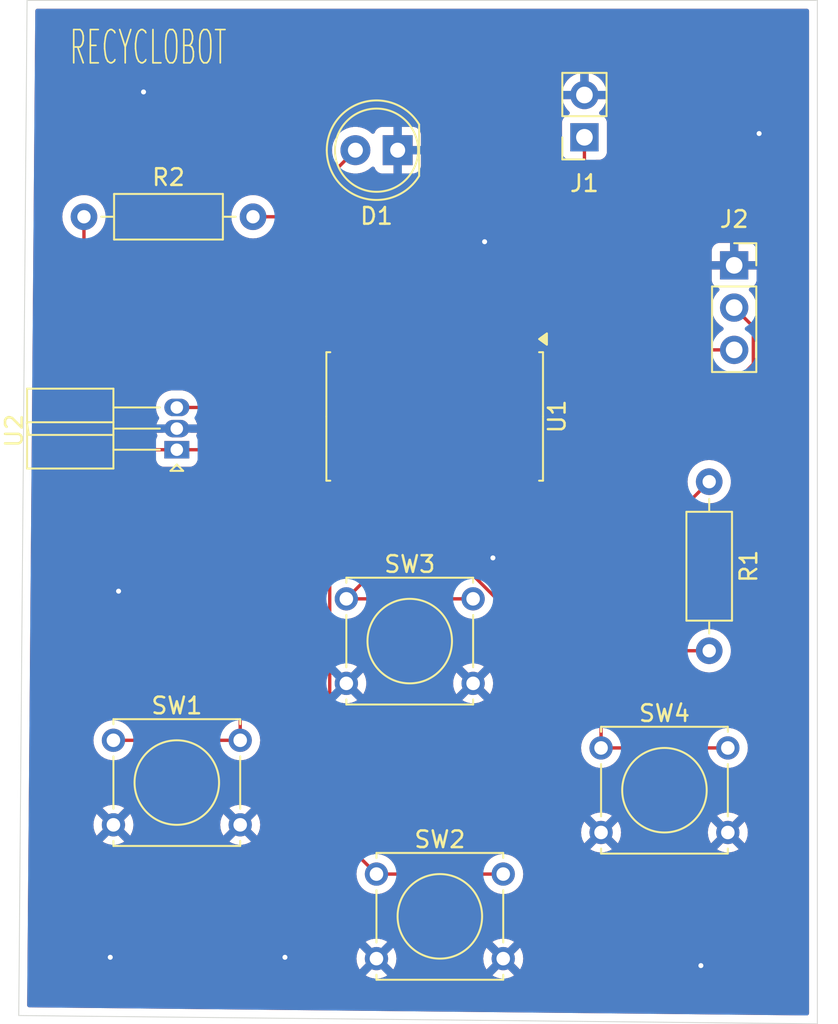
<source format=kicad_pcb>
(kicad_pcb (version 20240108) (generator "pcbnew") (generator_version "8.0")
  (layers (0 "F.Cu" signal) (31 "B.Cu" signal) (34 "B.Paste" user) (35 "F.Paste" user) (36 "B.SilkS" user "B.Silkscreen") (37 "F.SilkS" user "F.Silkscreen") (38 "B.Mask" user) (39 "F.Mask" user) (44 "Edge.Cuts" user))
  (net 0 "")
  (net 1 "GND")
  (net 2 "Net-(D1-A)")
  (net 3 "+9V")
  (net 4 "Net-(J2-Pin_2)")
  (net 5 "Net-(J2-Pin_3)")
  (net 6 "Net-(U1-OSC1)")
  (net 7 "Net-(U1-OSC2)")
  (net 8 "Net-(U1-AD8)")
  (net 9 "Net-(U1-AD9)")
  (net 10 "Net-(U1-AD10)")
  (net 11 "Net-(U1-AD11)")
  (footprint "Connector_PinSocket_2.54mm:PinSocket_1x03_P2.54mm_Vertical" (layer "F.Cu") (at 174 75.42)
    (property "Reference" "J2" (at 0 -2.77 0) (layer "F.SilkS"))
    (property "Value" "Conn_01x03_Pin")
    (fp_line (start -1.33 1.27) (end -1.33 6.41) (stroke (width 0.12)) (layer "F.SilkS"))
    (fp_line (start -1.33 1.27) (end 1.33 1.27) (stroke (width 0.12)) (layer "F.SilkS"))
    (fp_line (start -1.33 6.41) (end 1.33 6.41) (stroke (width 0.12)) (layer "F.SilkS"))
    (fp_line (start 0 -1.33) (end 1.33 -1.33) (stroke (width 0.12)) (layer "F.SilkS"))
    (fp_line (start 1.33 -1.33) (end 1.33 0) (stroke (width 0.12)) (layer "F.SilkS"))
    (fp_line (start 1.33 1.27) (end 1.33 6.41) (stroke (width 0.12)) (layer "F.SilkS"))
    (pad "1" thru_hole rect (at 0 0) (size 1.7 1.7) (drill 1) (layers "*.Cu" "*.Mask") (net 1 "GND"))
    (pad "2" thru_hole oval (at 0 2.54) (size 1.7 1.7) (drill 1) (layers "*.Cu" "*.Mask") (net 4 "Net-(J2-Pin_2)"))
    (pad "3" thru_hole oval (at 0 5.08) (size 1.7 1.7) (drill 1) (layers "*.Cu" "*.Mask") (net 5 "Net-(J2-Pin_3)"))
  )
  (footprint "Resistor_THT:R_Axial_DIN0207_L6.3mm_D2.5mm_P10.16mm_Horizontal" (layer "F.Cu") (at 134.92 72.5)
    (property "Reference" "R2" (at 5.08 -2.37 0) (layer "F.SilkS"))
    (property "Value" "1K")
    (fp_line (start 1.04 0) (end 1.81 0) (stroke (width 0.12)) (layer "F.SilkS"))
    (fp_line (start 1.81 -1.37) (end 1.81 1.37) (stroke (width 0.12)) (layer "F.SilkS"))
    (fp_line (start 1.81 1.37) (end 8.35 1.37) (stroke (width 0.12)) (layer "F.SilkS"))
    (fp_line (start 8.35 -1.37) (end 1.81 -1.37) (stroke (width 0.12)) (layer "F.SilkS"))
    (fp_line (start 8.35 1.37) (end 8.35 -1.37) (stroke (width 0.12)) (layer "F.SilkS"))
    (fp_line (start 9.12 0) (end 8.35 0) (stroke (width 0.12)) (layer "F.SilkS"))
    (pad "1" thru_hole circle (at 0 0) (size 1.6 1.6) (drill 0.8) (layers "*.Cu" "*.Mask") (net 5 "Net-(J2-Pin_3)"))
    (pad "2" thru_hole oval (at 10.16 0) (size 1.6 1.6) (drill 0.8) (layers "*.Cu" "*.Mask") (net 2 "Net-(D1-A)"))
  )
  (footprint "Connector_PinSocket_2.54mm:PinSocket_1x02_P2.54mm_Vertical" (layer "F.Cu") (at 165 67.725 180)
    (property "Reference" "J1" (at 0 -2.77 180) (layer "F.SilkS"))
    (property "Value" "Conn_01x02_Pin")
    (fp_line (start 1.33 1.27) (end 1.33 3.87) (stroke (width 0.12)) (layer "F.SilkS"))
    (fp_line (start 1.33 -1.33) (end 1.33 0) (stroke (width 0.12)) (layer "F.SilkS"))
    (fp_line (start 0 -1.33) (end 1.33 -1.33) (stroke (width 0.12)) (layer "F.SilkS"))
    (fp_line (start -1.33 3.87) (end 1.33 3.87) (stroke (width 0.12)) (layer "F.SilkS"))
    (fp_line (start -1.33 1.27) (end 1.33 1.27) (stroke (width 0.12)) (layer "F.SilkS"))
    (fp_line (start -1.33 1.27) (end -1.33 3.87) (stroke (width 0.12)) (layer "F.SilkS"))
    (pad "1" thru_hole rect (at 0 0 180) (size 1.7 1.7) (drill 1) (layers "*.Cu" "*.Mask") (net 3 "+9V"))
    (pad "2" thru_hole oval (at 0 2.54 180) (size 1.7 1.7) (drill 1) (layers "*.Cu" "*.Mask") (net 1 "GND"))
  )
  (footprint "Button_Switch_THT:SW_Tactile_Straight_KSA0Axx1LFTR" (layer "F.Cu") (at 136.69 103.96)
    (property "Reference" "SW1" (at 3.81 -2.08 0) (layer "F.SilkS"))
    (property "Value" "SW_Push")
    (fp_line (start 0 -1.27) (end 0 -0.97) (stroke (width 0.12)) (layer "F.SilkS"))
    (fp_line (start 0 -1.27) (end 7.62 -1.27) (stroke (width 0.12)) (layer "F.SilkS"))
    (fp_line (start 0 0.97) (end 0 4.11) (stroke (width 0.12)) (layer "F.SilkS"))
    (fp_line (start 0 6.05) (end 0 6.35) (stroke (width 0.12)) (layer "F.SilkS"))
    (fp_line (start 7.62 -1.27) (end 7.62 -0.97) (stroke (width 0.12)) (layer "F.SilkS"))
    (fp_line (start 7.62 0.97) (end 7.62 4.11) (stroke (width 0.12)) (layer "F.SilkS"))
    (fp_line (start 7.62 6.05) (end 7.62 6.35) (stroke (width 0.12)) (layer "F.SilkS"))
    (fp_line (start 7.62 6.35) (end 0 6.35) (stroke (width 0.12)) (layer "F.SilkS"))
    (fp_circle (center 3.81 2.54) (end 3.81 0) (stroke (width 0.12)) (fill none) (layer "F.SilkS"))
    (pad "1" thru_hole circle (at 0 0) (size 1.397 1.397) (drill 0.8128) (layers "*.Cu" "*.Mask") (net 8 "Net-(U1-AD8)"))
    (pad "1" thru_hole circle (at 7.62 0) (size 1.397 1.397) (drill 0.8128) (layers "*.Cu" "*.Mask") (net 8 "Net-(U1-AD8)"))
    (pad "2" thru_hole circle (at 0 5.08) (size 1.397 1.397) (drill 0.8128) (layers "*.Cu" "*.Mask") (net 1 "GND"))
    (pad "2" thru_hole circle (at 7.62 5.08) (size 1.397 1.397) (drill 0.8128) (layers "*.Cu" "*.Mask") (net 1 "GND"))
  )
  (footprint "Button_Switch_THT:SW_Tactile_Straight_KSA0Axx1LFTR" (layer "F.Cu") (at 166 104.42)
    (property "Reference" "SW4" (at 3.81 -2.08 0) (layer "F.SilkS"))
    (property "Value" "SW_Push")
    (fp_line (start 0 -1.27) (end 0 -0.97) (stroke (width 0.12)) (layer "F.SilkS"))
    (fp_line (start 0 -1.27) (end 7.62 -1.27) (stroke (width 0.12)) (layer "F.SilkS"))
    (fp_line (start 0 0.97) (end 0 4.11) (stroke (width 0.12)) (layer "F.SilkS"))
    (fp_line (start 0 6.05) (end 0 6.35) (stroke (width 0.12)) (layer "F.SilkS"))
    (fp_line (start 7.62 -1.27) (end 7.62 -0.97) (stroke (width 0.12)) (layer "F.SilkS"))
    (fp_line (start 7.62 0.97) (end 7.62 4.11) (stroke (width 0.12)) (layer "F.SilkS"))
    (fp_line (start 7.62 6.05) (end 7.62 6.35) (stroke (width 0.12)) (layer "F.SilkS"))
    (fp_line (start 7.62 6.35) (end 0 6.35) (stroke (width 0.12)) (layer "F.SilkS"))
    (fp_circle (center 3.81 2.54) (end 3.81 0) (stroke (width 0.12)) (fill none) (layer "F.SilkS"))
    (pad "1" thru_hole circle (at 0 0) (size 1.397 1.397) (drill 0.8128) (layers "*.Cu" "*.Mask") (net 11 "Net-(U1-AD11)"))
    (pad "1" thru_hole circle (at 7.62 0) (size 1.397 1.397) (drill 0.8128) (layers "*.Cu" "*.Mask") (net 11 "Net-(U1-AD11)"))
    (pad "2" thru_hole circle (at 0 5.08) (size 1.397 1.397) (drill 0.8128) (layers "*.Cu" "*.Mask") (net 1 "GND"))
    (pad "2" thru_hole circle (at 7.62 5.08) (size 1.397 1.397) (drill 0.8128) (layers "*.Cu" "*.Mask") (net 1 "GND"))
  )
  (footprint "Button_Switch_THT:SW_Tactile_Straight_KSA0Axx1LFTR" (layer "F.Cu") (at 150.69 95.46)
    (property "Reference" "SW3" (at 3.81 -2.08 0) (layer "F.SilkS"))
    (property "Value" "SW_Push")
    (fp_line (start 0 -1.27) (end 0 -0.97) (stroke (width 0.12)) (layer "F.SilkS"))
    (fp_line (start 0 -1.27) (end 7.62 -1.27) (stroke (width 0.12)) (layer "F.SilkS"))
    (fp_line (start 0 0.97) (end 0 4.11) (stroke (width 0.12)) (layer "F.SilkS"))
    (fp_line (start 0 6.05) (end 0 6.35) (stroke (width 0.12)) (layer "F.SilkS"))
    (fp_line (start 7.62 -1.27) (end 7.62 -0.97) (stroke (width 0.12)) (layer "F.SilkS"))
    (fp_line (start 7.62 0.97) (end 7.62 4.11) (stroke (width 0.12)) (layer "F.SilkS"))
    (fp_line (start 7.62 6.05) (end 7.62 6.35) (stroke (width 0.12)) (layer "F.SilkS"))
    (fp_line (start 7.62 6.35) (end 0 6.35) (stroke (width 0.12)) (layer "F.SilkS"))
    (fp_circle (center 3.81 2.54) (end 3.81 0) (stroke (width 0.12)) (fill none) (layer "F.SilkS"))
    (pad "1" thru_hole circle (at 0 0) (size 1.397 1.397) (drill 0.8128) (layers "*.Cu" "*.Mask") (net 10 "Net-(U1-AD10)"))
    (pad "1" thru_hole circle (at 7.62 0) (size 1.397 1.397) (drill 0.8128) (layers "*.Cu" "*.Mask") (net 10 "Net-(U1-AD10)"))
    (pad "2" thru_hole circle (at 0 5.08) (size 1.397 1.397) (drill 0.8128) (layers "*.Cu" "*.Mask") (net 1 "GND"))
    (pad "2" thru_hole circle (at 7.62 5.08) (size 1.397 1.397) (drill 0.8128) (layers "*.Cu" "*.Mask") (net 1 "GND"))
  )
  (footprint "Button_Switch_THT:SW_Tactile_Straight_KSA0Axx1LFTR" (layer "F.Cu") (at 152.5 112)
    (property "Reference" "SW2" (at 3.81 -2.08 0) (layer "F.SilkS"))
    (property "Value" "SW_Push")
    (fp_line (start 0 -1.27) (end 0 -0.97) (stroke (width 0.12)) (layer "F.SilkS"))
    (fp_line (start 0 -1.27) (end 7.62 -1.27) (stroke (width 0.12)) (layer "F.SilkS"))
    (fp_line (start 0 0.97) (end 0 4.11) (stroke (width 0.12)) (layer "F.SilkS"))
    (fp_line (start 0 6.05) (end 0 6.35) (stroke (width 0.12)) (layer "F.SilkS"))
    (fp_line (start 7.62 -1.27) (end 7.62 -0.97) (stroke (width 0.12)) (layer "F.SilkS"))
    (fp_line (start 7.62 0.97) (end 7.62 4.11) (stroke (width 0.12)) (layer "F.SilkS"))
    (fp_line (start 7.62 6.05) (end 7.62 6.35) (stroke (width 0.12)) (layer "F.SilkS"))
    (fp_line (start 7.62 6.35) (end 0 6.35) (stroke (width 0.12)) (layer "F.SilkS"))
    (fp_circle (center 3.81 2.54) (end 3.81 0) (stroke (width 0.12)) (fill none) (layer "F.SilkS"))
    (pad "1" thru_hole circle (at 0 0) (size 1.397 1.397) (drill 0.8128) (layers "*.Cu" "*.Mask") (net 9 "Net-(U1-AD9)"))
    (pad "1" thru_hole circle (at 7.62 0) (size 1.397 1.397) (drill 0.8128) (layers "*.Cu" "*.Mask") (net 9 "Net-(U1-AD9)"))
    (pad "2" thru_hole circle (at 0 5.08) (size 1.397 1.397) (drill 0.8128) (layers "*.Cu" "*.Mask") (net 1 "GND"))
    (pad "2" thru_hole circle (at 7.62 5.08) (size 1.397 1.397) (drill 0.8128) (layers "*.Cu" "*.Mask") (net 1 "GND"))
  )
  (footprint "Package_TO_SOT_THT:TO-92_Inline_W4.0mm_Horizontal_FlatSideUp" (layer "F.Cu") (at 140.5 86.5 90)
    (property "Reference" "U2" (at 1.143 -9.779 90) (layer "F.SilkS"))
    (property "Value" "LM78L05_TO92")
    (fp_line (start 1.651 -9.017) (end 1.651 -3.81) (stroke (width 0.12)) (layer "F.SilkS"))
    (fp_line (start 3.67 -9) (end -1.13 -9) (stroke (width 0.12)) (layer "F.SilkS"))
    (fp_line (start -1.13 -9) (end -1.13 -3.81) (stroke (width 0.12)) (layer "F.SilkS"))
    (fp_line (start 0.889 -8.89) (end 1.651 -9.017) (stroke (width 0.12)) (layer "F.SilkS"))
    (fp_line (start 3.67 -3.81) (end 3.67 -9) (stroke (width 0.12)) (layer "F.SilkS"))
    (fp_line (start 0.889 -3.81) (end 0.889 -8.89) (stroke (width 0.12)) (layer "F.SilkS"))
    (fp_line (start -1.13 -3.81) (end 3.67 -3.81) (stroke (width 0.12)) (layer "F.SilkS"))
    (fp_line (start 2.54 -1.02) (end 2.54 -3.81) (stroke (width 0.12)) (layer "F.SilkS"))
    (fp_line (start 1.27 -1.02) (end 1.27 -3.81) (stroke (width 0.12)) (layer "F.SilkS"))
    (fp_line (start 0 -1.02) (end 0 -3.81) (stroke (width 0.12)) (layer "F.SilkS"))
    (fp_line (start -1.27 -0.381) (end -1.27 0.381) (stroke (width 0.12)) (layer "F.SilkS"))
    (fp_line (start -0.889 0) (end -1.27 -0.381) (stroke (width 0.12)) (layer "F.SilkS"))
    (fp_line (start -1.27 0.381) (end -0.889 0) (stroke (width 0.12)) (layer "F.SilkS"))
    (pad "1" thru_hole rect (at 0 0 90) (size 1.05 1.5) (drill 0.75) (layers "*.Cu" "*.Mask") (net 5 "Net-(J2-Pin_3)"))
    (pad "2" thru_hole oval (at 1.27 0 90) (size 1.05 1.5) (drill 0.75) (layers "*.Cu" "*.Mask") (net 1 "GND"))
    (pad "3" thru_hole oval (at 2.54 0 90) (size 1.05 1.5) (drill 0.75) (layers "*.Cu" "*.Mask") (net 3 "+9V"))
  )
  (footprint "Resistor_THT:R_Axial_DIN0207_L6.3mm_D2.5mm_P10.16mm_Horizontal" (layer "F.Cu") (at 172.5 88.42 -90)
    (property "Reference" "R1" (at 5.08 -2.37 90) (layer "F.SilkS"))
    (property "Value" "1M")
    (fp_line (start 1.81 1.37) (end 8.35 1.37) (stroke (width 0.12)) (layer "F.SilkS"))
    (fp_line (start 8.35 1.37) (end 8.35 -1.37) (stroke (width 0.12)) (layer "F.SilkS"))
    (fp_line (start 1.04 0) (end 1.81 0) (stroke (width 0.12)) (layer "F.SilkS"))
    (fp_line (start 9.12 0) (end 8.35 0) (stroke (width 0.12)) (layer "F.SilkS"))
    (fp_line (start 1.81 -1.37) (end 1.81 1.37) (stroke (width 0.12)) (layer "F.SilkS"))
    (fp_line (start 8.35 -1.37) (end 1.81 -1.37) (stroke (width 0.12)) (layer "F.SilkS"))
    (pad "1" thru_hole circle (at 0 0 270) (size 1.6 1.6) (drill 0.8) (layers "*.Cu" "*.Mask") (net 6 "Net-(U1-OSC1)"))
    (pad "2" thru_hole oval (at 10.16 0 270) (size 1.6 1.6) (drill 0.8) (layers "*.Cu" "*.Mask") (net 7 "Net-(U1-OSC2)"))
  )
  (footprint "Package_SO:SOP-20_7.5x12.8mm_P1.27mm" (layer "F.Cu") (at 156 84.5 -90)
    (property "Reference" "U1" (at 0 -7.35 90) (layer "F.SilkS"))
    (property "Value" "HT12E")
    (fp_line (start -3.86 6.51) (end -3.86 6.275) (stroke (width 0.12)) (layer "F.SilkS"))
    (fp_line (start 0 6.51) (end -3.86 6.51) (stroke (width 0.12)) (layer "F.SilkS"))
    (fp_line (start 0 6.51) (end 3.86 6.51) (stroke (width 0.12)) (layer "F.SilkS"))
    (fp_line (start 3.86 6.51) (end 3.86 6.275) (stroke (width 0.12)) (layer "F.SilkS"))
    (fp_line (start -3.86 -6.51) (end -3.86 -6.275) (stroke (width 0.12)) (layer "F.SilkS"))
    (fp_line (start 0 -6.51) (end -3.86 -6.51) (stroke (width 0.12)) (layer "F.SilkS"))
    (fp_line (start 0 -6.51) (end 3.86 -6.51) (stroke (width 0.12)) (layer "F.SilkS"))
    (fp_line (start 3.86 -6.51) (end 3.86 -6.275) (stroke (width 0.12)) (layer "F.SilkS"))
    (fp_poly (pts (xy -4.65 -6.275) (xy -4.99 -6.745) (xy -4.31 -6.745) (xy -4.65 -6.275)) (stroke (width 0.12)) (fill solid) (layer "F.SilkS"))
    (pad "1" smd roundrect (at -4.6 -5.715 270) (size 1.9 0.6) (layers "F.Cu" "F.Paste" "F.Mask"))
    (pad "2" smd roundrect (at -4.6 -4.445 270) (size 1.9 0.6) (layers "F.Cu" "F.Paste" "F.Mask") (net 1 "GND"))
    (pad "3" smd roundrect (at -4.6 -3.175 270) (size 1.9 0.6) (layers "F.Cu" "F.Paste" "F.Mask") (net 1 "GND"))
    (pad "4" smd roundrect (at -4.6 -1.905 270) (size 1.9 0.6) (layers "F.Cu" "F.Paste" "F.Mask") (net 1 "GND"))
    (pad "5" smd roundrect (at -4.6 -0.635 270) (size 1.9 0.6) (layers "F.Cu" "F.Paste" "F.Mask") (net 1 "GND"))
    (pad "6" smd roundrect (at -4.6 0.635 270) (size 1.9 0.6) (layers "F.Cu" "F.Paste" "F.Mask") (net 1 "GND"))
    (pad "7" smd roundrect (at -4.6 1.905 270) (size 1.9 0.6) (layers "F.Cu" "F.Paste" "F.Mask") (net 1 "GND"))
    (pad "8" smd roundrect (at -4.6 3.175 270) (size 1.9 0.6) (layers "F.Cu" "F.Paste" "F.Mask") (net 1 "GND"))
    (pad "9" smd roundrect (at -4.6 4.445 270) (size 1.9 0.6) (layers "F.Cu" "F.Paste" "F.Mask") (net 1 "GND"))
    (pad "10" smd roundrect (at -4.6 5.715 270) (size 1.9 0.6) (layers "F.Cu" "F.Paste" "F.Mask") (net 1 "GND"))
    (pad "11" smd roundrect (at 4.6 5.715 270) (size 1.9 0.6) (layers "F.Cu" "F.Paste" "F.Mask") (net 8 "Net-(U1-AD8)"))
    (pad "12" smd roundrect (at 4.6 4.445 270) (size 1.9 0.6) (layers "F.Cu" "F.Paste" "F.Mask") (net 9 "Net-(U1-AD9)"))
    (pad "13" smd roundrect (at 4.6 3.175 270) (size 1.9 0.6) (layers "F.Cu" "F.Paste" "F.Mask") (net 10 "Net-(U1-AD10)"))
    (pad "14" smd roundrect (at 4.6 1.905 270) (size 1.9 0.6) (layers "F.Cu" "F.Paste" "F.Mask") (net 11 "Net-(U1-AD11)"))
    (pad "15" smd roundrect (at 4.6 0.635 270) (size 1.9 0.6) (layers "F.Cu" "F.Paste" "F.Mask") (net 1 "GND"))
    (pad "16" smd roundrect (at 4.6 -0.635 270) (size 1.9 0.6) (layers "F.Cu" "F.Paste" "F.Mask") (net 7 "Net-(U1-OSC2)"))
    (pad "17" smd roundrect (at 4.6 -1.905 270) (size 1.9 0.6) (layers "F.Cu" "F.Paste" "F.Mask") (net 6 "Net-(U1-OSC1)"))
    (pad "18" smd roundrect (at 4.6 -3.175 270) (size 1.9 0.6) (layers "F.Cu" "F.Paste" "F.Mask") (net 4 "Net-(J2-Pin_2)"))
    (pad "19" smd roundrect (at 4.6 -4.445 270) (size 1.9 0.6) (layers "F.Cu" "F.Paste" "F.Mask") (net 5 "Net-(J2-Pin_3)"))
    (pad "20" smd roundrect (at 4.6 -5.715 270) (size 1.9 0.6) (layers "F.Cu" "F.Paste" "F.Mask"))
  )
  (footprint "LED_THT:LED_D5.0mm" (layer "F.Cu") (at 153.775 68.5 180)
    (property "Reference" "D1" (at 1.27 -3.96 180) (layer "F.SilkS"))
    (property "Value" "LED")
    (fp_line (start -1.29 -1.545) (end -1.29 1.545) (stroke (width 0.12)) (layer "F.SilkS"))
    (fp_arc (start 4.26 -0.000462) (mid 2.072002 2.880433) (end -1.29 1.54483) (stroke (width 0.12)) (layer "F.SilkS"))
    (fp_arc (start -1.29 -1.54483) (mid 2.072002 -2.880433) (end 4.26 0.000462) (stroke (width 0.12)) (layer "F.SilkS"))
    (fp_circle (center 1.27 0) (end 3.77 0) (stroke (width 0.12)) (fill none) (layer "F.SilkS"))
    (pad "1" thru_hole rect (at 0 0 180) (size 1.8 1.8) (drill 0.9) (layers "*.Cu" "*.Mask") (net 1 "GND"))
    (pad "2" thru_hole circle (at 2.54 0 180) (size 1.8 1.8) (drill 0.9) (layers "*.Cu" "*.Mask") (net 2 "Net-(D1-A)"))
  )
  (gr_line (start 179 121) (end 131 120.5) (stroke (width 0.05)) (layer "Edge.Cuts"))
  (gr_line (start 179 59.5) (end 179 121) (stroke (width 0.05)) (layer "Edge.Cuts"))
  (gr_line (start 131 120.5) (end 131.5 59.5) (stroke (width 0.05)) (layer "Edge.Cuts"))
  (gr_line (start 131.5 59.5) (end 179 59.5) (stroke (width 0.05)) (layer "Edge.Cuts"))
  (gr_text "RECYCLOBOT" (at 134 63.5 0) (layer "F.SilkS") (effects (font (size 2 1) (thickness 0.1)) (justify left bottom)))
  (segment (start 155.365 90.049999) (end 158.315001 93) (width 0.2) (layer "F.Cu") (net 1))
  (segment (start 155.365 89.1) (end 155.365 90.049999) (width 0.2) (layer "F.Cu") (net 1))
  (segment (start 158.315001 93) (end 159.5 93) (width 0.2) (layer "F.Cu") (net 1))
  (via (at 147 117) (size 0.6) (drill 0.3) (layers "F.Cu" "B.Cu") (net 1))
  (via (at 138.5 65) (size 0.6) (drill 0.3) (layers "F.Cu" "B.Cu") (net 1))
  (via (at 159 74) (size 0.6) (drill 0.3) (layers "F.Cu" "B.Cu") (net 1))
  (via (at 172 117.5) (size 0.6) (drill 0.3) (layers "F.Cu" "B.Cu") (net 1))
  (via (at 137 95) (size 0.6) (drill 0.3) (layers "F.Cu" "B.Cu") (net 1))
  (via (at 136.5 117) (size 0.6) (drill 0.3) (layers "F.Cu" "B.Cu") (net 1))
  (via (at 175.5 67.5) (size 0.6) (drill 0.3) (layers "F.Cu" "B.Cu") (net 1))
  (via (at 159.5 93) (size 0.6) (drill 0.3) (layers "F.Cu" "B.Cu") (net 1))
  (segment (start 145.08 72.5) (end 147.235 72.5) (width 0.2) (layer "F.Cu") (net 2))
  (segment (start 147.235 72.5) (end 151.235 68.5) (width 0.2) (layer "F.Cu") (net 2))
  (segment (start 161.54 83.96) (end 165 80.5) (width 0.2) (layer "F.Cu") (net 3))
  (segment (start 165 80.5) (end 165 67.725) (width 0.2) (layer "F.Cu") (net 3))
  (segment (start 140.5 83.96) (end 161.54 83.96) (width 0.2) (layer "F.Cu") (net 3))
  (segment (start 175.15 81.35) (end 166.15 90.35) (width 0.2) (layer "F.Cu") (net 4))
  (segment (start 159.475001 90.35) (end 159.175 90.049999) (width 0.2) (layer "F.Cu") (net 4))
  (segment (start 175.15 79.11) (end 175.15 81.35) (width 0.2) (layer "F.Cu") (net 4))
  (segment (start 166.15 90.35) (end 159.475001 90.35) (width 0.2) (layer "F.Cu") (net 4))
  (segment (start 159.175 90.049999) (end 159.175 89.1) (width 0.2) (layer "F.Cu") (net 4))
  (segment (start 174 77.96) (end 175.15 79.11) (width 0.2) (layer "F.Cu") (net 4))
  (segment (start 134.92 86.42) (end 134.92 72.5) (width 0.2) (layer "F.Cu") (net 5))
  (segment (start 135 86.5) (end 134.92 86.42) (width 0.2) (layer "F.Cu") (net 5))
  (segment (start 160.445 88.150001) (end 168.095001 80.5) (width 0.2) (layer "F.Cu") (net 5))
  (segment (start 168.095001 80.5) (end 174 80.5) (width 0.2) (layer "F.Cu") (net 5))
  (segment (start 140.5 86.5) (end 135 86.5) (width 0.2) (layer "F.Cu") (net 5))
  (segment (start 160.445 89.1) (end 160.445 88.150001) (width 0.2) (layer "F.Cu") (net 5))
  (segment (start 140.5 86.5) (end 158.794999 86.5) (width 0.2) (layer "F.Cu") (net 5))
  (segment (start 158.794999 86.5) (end 160.445 88.150001) (width 0.2) (layer "F.Cu") (net 5))
  (segment (start 172.5 88.42) (end 170.17 90.75) (width 0.2) (layer "F.Cu") (net 6))
  (segment (start 157.905 89.420552) (end 157.905 89.1) (width 0.2) (layer "F.Cu") (net 6))
  (segment (start 170.17 90.75) (end 159.234448 90.75) (width 0.2) (layer "F.Cu") (net 6))
  (segment (start 159.234448 90.75) (end 157.905 89.420552) (width 0.2) (layer "F.Cu") (net 6))
  (segment (start 159 91.5) (end 162 91.5) (width 0.2) (layer "F.Cu") (net 7))
  (segment (start 169.08 98.58) (end 172.5 98.58) (width 0.2) (layer "F.Cu") (net 7))
  (segment (start 157.085001 90.5) (end 158 90.5) (width 0.2) (layer "F.Cu") (net 7))
  (segment (start 156.635 89.1) (end 156.635 90.049999) (width 0.2) (layer "F.Cu") (net 7))
  (segment (start 158 90.5) (end 159 91.5) (width 0.2) (layer "F.Cu") (net 7))
  (segment (start 162 91.5) (end 169.08 98.58) (width 0.2) (layer "F.Cu") (net 7))
  (segment (start 156.635 90.049999) (end 157.085001 90.5) (width 0.2) (layer "F.Cu") (net 7))
  (segment (start 144.31 103.96) (end 144.31 95.075) (width 0.2) (layer "F.Cu") (net 8))
  (segment (start 144.31 95.075) (end 150.285 89.1) (width 0.2) (layer "F.Cu") (net 8))
  (segment (start 136.69 103.96) (end 144.31 103.96) (width 0.2) (layer "F.Cu") (net 8))
  (segment (start 151.555 89.945) (end 151.555 89.1) (width 0.2) (layer "F.Cu") (net 9))
  (segment (start 152.5 112) (end 149.6915 109.1915) (width 0.2) (layer "F.Cu") (net 9))
  (segment (start 149.6915 109.1915) (end 149.6915 91.8085) (width 0.2) (layer "F.Cu") (net 9))
  (segment (start 149.6915 91.8085) (end 151.555 89.945) (width 0.2) (layer "F.Cu") (net 9))
  (segment (start 152.5 112) (end 160.12 112) (width 0.2) (layer "F.Cu") (net 9))
  (segment (start 152.825 93.325) (end 152.825 89.1) (width 0.2) (layer "F.Cu") (net 10))
  (segment (start 150.69 95.46) (end 152.825 93.325) (width 0.2) (layer "F.Cu") (net 10))
  (segment (start 150.69 95.46) (end 158.31 95.46) (width 0.2) (layer "F.Cu") (net 10))
  (segment (start 154.095 89.832907) (end 154.095 89.1) (width 0.2) (layer "F.Cu") (net 11))
  (segment (start 166 101.737907) (end 154.095 89.832907) (width 0.2) (layer "F.Cu") (net 11))
  (segment (start 166 104.42) (end 173.62 104.42) (width 0.2) (layer "F.Cu") (net 11))
  (segment (start 166 104.42) (end 166 101.737907) (width 0.2) (layer "F.Cu") (net 11))
  (zone (net 1) (net_name "GND") (layer "F.Cu") (connect_pads (clearance 0.5)) (min_thickness 0.25) (fill yes (thermal_gap 0.5) (thermal_bridge_width 0.5))
    (polygon (pts (xy 131.5 59.5) (xy 179 59.5) (xy 179 121) (xy 131 120.5)))
  )
  (zone (net 1) (net_name "GND") (layer "B.Cu") (priority 1) (connect_pads (clearance 0.5)) (min_thickness 0.25) (fill yes (thermal_gap 0.5) (thermal_bridge_width 0.5))
    (polygon (pts (xy 131.5 59.5) (xy 179 59.5) (xy 179 121) (xy 131 120.5)))
  )
)
</source>
